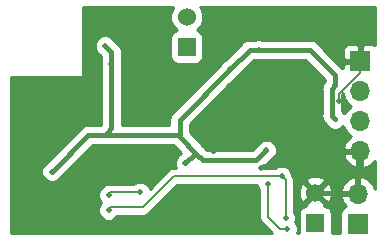
<source format=gbl>
G04 #@! TF.GenerationSoftware,KiCad,Pcbnew,(5.0.0)*
G04 #@! TF.CreationDate,2019-04-26T12:00:10-04:00*
G04 #@! TF.ProjectId,StrainGauge2,53747261696E4761756765322E6B6963,rev?*
G04 #@! TF.SameCoordinates,Original*
G04 #@! TF.FileFunction,Copper,L2,Bot,Signal*
G04 #@! TF.FilePolarity,Positive*
%FSLAX46Y46*%
G04 Gerber Fmt 4.6, Leading zero omitted, Abs format (unit mm)*
G04 Created by KiCad (PCBNEW (5.0.0)) date 04/26/19 12:00:10*
%MOMM*%
%LPD*%
G01*
G04 APERTURE LIST*
G04 #@! TA.AperFunction,ComponentPad*
%ADD10R,1.700000X1.700000*%
G04 #@! TD*
G04 #@! TA.AperFunction,ComponentPad*
%ADD11O,1.700000X1.700000*%
G04 #@! TD*
G04 #@! TA.AperFunction,ComponentPad*
%ADD12R,1.524000X1.524000*%
G04 #@! TD*
G04 #@! TA.AperFunction,ComponentPad*
%ADD13C,1.524000*%
G04 #@! TD*
G04 #@! TA.AperFunction,ViaPad*
%ADD14C,0.508000*%
G04 #@! TD*
G04 #@! TA.AperFunction,Conductor*
%ADD15C,0.457200*%
G04 #@! TD*
G04 #@! TA.AperFunction,Conductor*
%ADD16C,0.152000*%
G04 #@! TD*
G04 #@! TA.AperFunction,Conductor*
%ADD17C,0.229000*%
G04 #@! TD*
G04 #@! TA.AperFunction,Conductor*
%ADD18C,0.254000*%
G04 #@! TD*
G04 APERTURE END LIST*
D10*
G04 #@! TO.P,P5,1*
G04 #@! TO.N,DGND*
X296175000Y-130770000D03*
D11*
G04 #@! TO.P,P5,2*
G04 #@! TO.N,/SG2_INPUT_1*
X296175000Y-133310000D03*
G04 #@! TO.P,P5,3*
G04 #@! TO.N,/SG1_INPUT_1*
X296175000Y-135850000D03*
G04 #@! TO.P,P5,4*
G04 #@! TO.N,DGND*
X296175000Y-138390000D03*
G04 #@! TD*
D10*
G04 #@! TO.P,P3,1*
G04 #@! TO.N,5V_in_charge*
X295990000Y-144510000D03*
D11*
G04 #@! TO.P,P3,2*
G04 #@! TO.N,DGND*
X295990000Y-141970000D03*
G04 #@! TD*
D12*
G04 #@! TO.P,P2,1*
G04 #@! TO.N,/SWDCLK*
X281500000Y-129560000D03*
D13*
G04 #@! TO.P,P2,2*
G04 #@! TO.N,/SWDIO*
X281500000Y-127020000D03*
G04 #@! TD*
D12*
G04 #@! TO.P,P1,1*
G04 #@! TO.N,/BATT_IN*
X292380000Y-144450000D03*
D13*
G04 #@! TO.P,P1,2*
G04 #@! TO.N,DGND*
X292380000Y-141910000D03*
G04 #@! TD*
D14*
G04 #@! TO.N,DVDD*
X281380000Y-139390000D03*
X285179580Y-131429580D03*
X270070000Y-140110000D03*
X288240000Y-138300000D03*
X287570000Y-129800000D03*
X280880000Y-137160000D03*
X274640000Y-137010000D03*
X275120000Y-130980000D03*
X274580000Y-129450000D03*
X294075000Y-132825000D03*
X294075000Y-135675000D03*
G04 #@! TO.N,VCC*
X274870000Y-143370000D03*
X289520000Y-140520000D03*
X289860000Y-144040000D03*
G04 #@! TO.N,DGND*
X287740000Y-139830000D03*
X281100000Y-141780000D03*
X280000000Y-143270000D03*
X271200000Y-144600000D03*
X285030000Y-132840000D03*
X268940000Y-142137500D03*
X279070000Y-128500000D03*
X283750000Y-138380000D03*
X286070000Y-134870000D03*
X268986000Y-135610000D03*
X276820000Y-128420000D03*
X294400000Y-134100000D03*
X291350000Y-131200000D03*
G04 #@! TO.N,/LOAD_SW_CTRL*
X277520000Y-141870000D03*
X274870000Y-142070000D03*
G04 #@! TO.N,/BATT_IN*
X290000000Y-145010000D03*
X288340000Y-141140000D03*
G04 #@! TD*
D15*
G04 #@! TO.N,DVDD*
X282185000Y-138585000D02*
X282305000Y-138585000D01*
X281380000Y-139390000D02*
X282185000Y-138585000D01*
X280880000Y-137160000D02*
X280880000Y-135729160D01*
X280880000Y-135729160D02*
X285179580Y-131429580D01*
X286809160Y-129800000D02*
X287570000Y-129800000D01*
X285179580Y-131429580D02*
X286809160Y-129800000D01*
X273170000Y-137010000D02*
X274640000Y-137010000D01*
X270070000Y-140110000D02*
X273170000Y-137010000D01*
X288240000Y-138300000D02*
X287390000Y-139150000D01*
X282870000Y-139150000D02*
X282305000Y-138585000D01*
X282305000Y-138585000D02*
X280880000Y-137160000D01*
X287390000Y-139150000D02*
X282870000Y-139150000D01*
X280730000Y-137010000D02*
X280880000Y-137160000D01*
X274640000Y-137010000D02*
X279270000Y-137010000D01*
X279270000Y-137010000D02*
X280730000Y-137010000D01*
X275120000Y-130980000D02*
X275120000Y-136450000D01*
X275120000Y-136450000D02*
X274640000Y-137010000D01*
X275120000Y-129990000D02*
X275120000Y-130980000D01*
X274580000Y-129450000D02*
X275120000Y-129990000D01*
X287570000Y-129800000D02*
X291900000Y-129800000D01*
X294075000Y-131975000D02*
X291900000Y-129800000D01*
X294075000Y-132825000D02*
X294075000Y-131975000D01*
X293821001Y-135421001D02*
X294075000Y-135675000D01*
X293764999Y-135364999D02*
X293821001Y-135421001D01*
X293764999Y-133135001D02*
X293764999Y-135364999D01*
X294075000Y-132825000D02*
X293764999Y-133135001D01*
D16*
G04 #@! TO.N,VCC*
X280390000Y-140520000D02*
X289520000Y-140520000D01*
X277780000Y-143130000D02*
X280390000Y-140520000D01*
X275110000Y-143130000D02*
X277780000Y-143130000D01*
X274870000Y-143370000D02*
X275110000Y-143130000D01*
X289520000Y-140520000D02*
X289860000Y-140860000D01*
X289860000Y-140860000D02*
X289860000Y-144040000D01*
D17*
G04 #@! TO.N,DGND*
X290000000Y-139530000D02*
X292380000Y-141910000D01*
X288040000Y-139530000D02*
X290000000Y-139530000D01*
X287740000Y-139830000D02*
X288040000Y-139530000D01*
D15*
X280000000Y-143270000D02*
X280000000Y-142880000D01*
X280000000Y-142880000D02*
X281100000Y-141780000D01*
D17*
X278670000Y-144600000D02*
X271200000Y-144600000D01*
X280000000Y-143270000D02*
X278670000Y-144600000D01*
D16*
X268940000Y-142340000D02*
X268940000Y-142137500D01*
X271200000Y-144600000D02*
X268940000Y-142340000D01*
D15*
X285030000Y-132840000D02*
X285030000Y-133830000D01*
X285030000Y-133830000D02*
X286070000Y-134870000D01*
X268986000Y-135610000D02*
X268986000Y-142091500D01*
D16*
X268986000Y-142091500D02*
X268940000Y-142137500D01*
X279070000Y-128500000D02*
X279040000Y-128500000D01*
D15*
X286070000Y-136060000D02*
X286070000Y-134870000D01*
X283750000Y-138380000D02*
X286070000Y-136060000D01*
D16*
X268986000Y-135610000D02*
X268990000Y-135610000D01*
X276810000Y-128430000D02*
X276800000Y-128430000D01*
X276820000Y-128420000D02*
X276810000Y-128430000D01*
X296175000Y-131772000D02*
X296175000Y-130770000D01*
X294400000Y-134100000D02*
X294400000Y-133547000D01*
X294400000Y-133547000D02*
X296175000Y-131772000D01*
D15*
X295930000Y-141910000D02*
X295990000Y-141970000D01*
X292380000Y-141910000D02*
X295930000Y-141910000D01*
X295990000Y-138575000D02*
X296175000Y-138390000D01*
X295990000Y-141970000D02*
X295990000Y-138575000D01*
D16*
G04 #@! TO.N,/LOAD_SW_CTRL*
X275070000Y-141870000D02*
X277520000Y-141870000D01*
X274870000Y-142070000D02*
X275070000Y-141870000D01*
G04 #@! TO.N,/BATT_IN*
X290000000Y-145010000D02*
X289940000Y-144950000D01*
X289940000Y-144950000D02*
X289370000Y-144960000D01*
X289370000Y-144960000D02*
X288340000Y-143930000D01*
X288340000Y-143930000D02*
X288340000Y-141140000D01*
G04 #@! TD*
D18*
G04 #@! TO.N,DGND*
G36*
X287393167Y-130689000D02*
X287746833Y-130689000D01*
X287808154Y-130663600D01*
X291542287Y-130663600D01*
X293211400Y-132332715D01*
X293211400Y-132466262D01*
X293142379Y-132512381D01*
X292951506Y-132798042D01*
X292901399Y-133049949D01*
X292901399Y-133049952D01*
X292884482Y-133135001D01*
X292901399Y-133220051D01*
X292901400Y-135279945D01*
X292884482Y-135364999D01*
X292951506Y-135701958D01*
X292951507Y-135701959D01*
X293142380Y-135987619D01*
X293214484Y-136035798D01*
X293270486Y-136091800D01*
X293270488Y-136091801D01*
X293295941Y-136117254D01*
X293321342Y-136178578D01*
X293571422Y-136428658D01*
X293898167Y-136564000D01*
X294251833Y-136564000D01*
X294578578Y-136428658D01*
X294743254Y-136263982D01*
X294776161Y-136429418D01*
X295104375Y-136920625D01*
X295423478Y-137133843D01*
X295293642Y-137194817D01*
X294903355Y-137623076D01*
X294733524Y-138033110D01*
X294854845Y-138263000D01*
X296048000Y-138263000D01*
X296048000Y-138243000D01*
X296302000Y-138243000D01*
X296302000Y-138263000D01*
X296322000Y-138263000D01*
X296322000Y-138517000D01*
X296302000Y-138517000D01*
X296302000Y-139710819D01*
X296531892Y-139831486D01*
X297056358Y-139585183D01*
X297415000Y-139191647D01*
X297415000Y-141573331D01*
X297261645Y-141203076D01*
X296871358Y-140774817D01*
X296346892Y-140528514D01*
X296117000Y-140649181D01*
X296117000Y-141843000D01*
X296137000Y-141843000D01*
X296137000Y-142097000D01*
X296117000Y-142097000D01*
X296117000Y-142117000D01*
X295863000Y-142117000D01*
X295863000Y-142097000D01*
X294669845Y-142097000D01*
X294548524Y-142326890D01*
X294718355Y-142736924D01*
X294995708Y-143041261D01*
X294892235Y-143061843D01*
X294682191Y-143202191D01*
X294541843Y-143412235D01*
X294492560Y-143660000D01*
X294492560Y-145295000D01*
X293772930Y-145295000D01*
X293789440Y-145212000D01*
X293789440Y-143688000D01*
X293740157Y-143440235D01*
X293599809Y-143230191D01*
X293389765Y-143089843D01*
X293142000Y-143040560D01*
X293137484Y-143040560D01*
X293180608Y-142890213D01*
X292380000Y-142089605D01*
X291579392Y-142890213D01*
X291622516Y-143040560D01*
X291618000Y-143040560D01*
X291370235Y-143089843D01*
X291160191Y-143230191D01*
X291019843Y-143440235D01*
X290970560Y-143688000D01*
X290970560Y-145212000D01*
X290987070Y-145295000D01*
X290844196Y-145295000D01*
X290889000Y-145186833D01*
X290889000Y-144833167D01*
X290753658Y-144506422D01*
X290665546Y-144418310D01*
X290749000Y-144216833D01*
X290749000Y-143863167D01*
X290613658Y-143536422D01*
X290571000Y-143493764D01*
X290571000Y-141702302D01*
X290970856Y-141702302D01*
X290998638Y-142257368D01*
X291157603Y-142641143D01*
X291399787Y-142710608D01*
X292200395Y-141910000D01*
X292559605Y-141910000D01*
X293360213Y-142710608D01*
X293602397Y-142641143D01*
X293789144Y-142117698D01*
X293763889Y-141613110D01*
X294548524Y-141613110D01*
X294669845Y-141843000D01*
X295863000Y-141843000D01*
X295863000Y-140649181D01*
X295633108Y-140528514D01*
X295108642Y-140774817D01*
X294718355Y-141203076D01*
X294548524Y-141613110D01*
X293763889Y-141613110D01*
X293761362Y-141562632D01*
X293602397Y-141178857D01*
X293360213Y-141109392D01*
X292559605Y-141910000D01*
X292200395Y-141910000D01*
X291399787Y-141109392D01*
X291157603Y-141178857D01*
X290970856Y-141702302D01*
X290571000Y-141702302D01*
X290571000Y-140930022D01*
X290571046Y-140929787D01*
X291579392Y-140929787D01*
X292380000Y-141730395D01*
X293180608Y-140929787D01*
X293111143Y-140687603D01*
X292587698Y-140500856D01*
X292032632Y-140528638D01*
X291648857Y-140687603D01*
X291579392Y-140929787D01*
X290571046Y-140929787D01*
X290584928Y-140860000D01*
X290571000Y-140789978D01*
X290571000Y-140789974D01*
X290529747Y-140582582D01*
X290529747Y-140582581D01*
X290412269Y-140406764D01*
X290412267Y-140406762D01*
X290409000Y-140401873D01*
X290409000Y-140343167D01*
X290273658Y-140016422D01*
X290023578Y-139766342D01*
X289696833Y-139631000D01*
X289343167Y-139631000D01*
X289016422Y-139766342D01*
X288973764Y-139809000D01*
X287958174Y-139809000D01*
X288012620Y-139772620D01*
X288060801Y-139700512D01*
X288682256Y-139079058D01*
X288743578Y-139053658D01*
X288993658Y-138803578D01*
X289017138Y-138746890D01*
X294733524Y-138746890D01*
X294903355Y-139156924D01*
X295293642Y-139585183D01*
X295818108Y-139831486D01*
X296048000Y-139710819D01*
X296048000Y-138517000D01*
X294854845Y-138517000D01*
X294733524Y-138746890D01*
X289017138Y-138746890D01*
X289129000Y-138476833D01*
X289129000Y-138123167D01*
X288993658Y-137796422D01*
X288743578Y-137546342D01*
X288416833Y-137411000D01*
X288063167Y-137411000D01*
X287736422Y-137546342D01*
X287486342Y-137796422D01*
X287460942Y-137857744D01*
X287032286Y-138286400D01*
X283227714Y-138286400D01*
X282975801Y-138034488D01*
X282927620Y-137962380D01*
X282855517Y-137914202D01*
X281743600Y-136802287D01*
X281743600Y-136086873D01*
X285621837Y-132208638D01*
X285683158Y-132183238D01*
X285933238Y-131933158D01*
X285958639Y-131871834D01*
X287166874Y-130663600D01*
X287331846Y-130663600D01*
X287393167Y-130689000D01*
X287393167Y-130689000D01*
G37*
X287393167Y-130689000D02*
X287746833Y-130689000D01*
X287808154Y-130663600D01*
X291542287Y-130663600D01*
X293211400Y-132332715D01*
X293211400Y-132466262D01*
X293142379Y-132512381D01*
X292951506Y-132798042D01*
X292901399Y-133049949D01*
X292901399Y-133049952D01*
X292884482Y-133135001D01*
X292901399Y-133220051D01*
X292901400Y-135279945D01*
X292884482Y-135364999D01*
X292951506Y-135701958D01*
X292951507Y-135701959D01*
X293142380Y-135987619D01*
X293214484Y-136035798D01*
X293270486Y-136091800D01*
X293270488Y-136091801D01*
X293295941Y-136117254D01*
X293321342Y-136178578D01*
X293571422Y-136428658D01*
X293898167Y-136564000D01*
X294251833Y-136564000D01*
X294578578Y-136428658D01*
X294743254Y-136263982D01*
X294776161Y-136429418D01*
X295104375Y-136920625D01*
X295423478Y-137133843D01*
X295293642Y-137194817D01*
X294903355Y-137623076D01*
X294733524Y-138033110D01*
X294854845Y-138263000D01*
X296048000Y-138263000D01*
X296048000Y-138243000D01*
X296302000Y-138243000D01*
X296302000Y-138263000D01*
X296322000Y-138263000D01*
X296322000Y-138517000D01*
X296302000Y-138517000D01*
X296302000Y-139710819D01*
X296531892Y-139831486D01*
X297056358Y-139585183D01*
X297415000Y-139191647D01*
X297415000Y-141573331D01*
X297261645Y-141203076D01*
X296871358Y-140774817D01*
X296346892Y-140528514D01*
X296117000Y-140649181D01*
X296117000Y-141843000D01*
X296137000Y-141843000D01*
X296137000Y-142097000D01*
X296117000Y-142097000D01*
X296117000Y-142117000D01*
X295863000Y-142117000D01*
X295863000Y-142097000D01*
X294669845Y-142097000D01*
X294548524Y-142326890D01*
X294718355Y-142736924D01*
X294995708Y-143041261D01*
X294892235Y-143061843D01*
X294682191Y-143202191D01*
X294541843Y-143412235D01*
X294492560Y-143660000D01*
X294492560Y-145295000D01*
X293772930Y-145295000D01*
X293789440Y-145212000D01*
X293789440Y-143688000D01*
X293740157Y-143440235D01*
X293599809Y-143230191D01*
X293389765Y-143089843D01*
X293142000Y-143040560D01*
X293137484Y-143040560D01*
X293180608Y-142890213D01*
X292380000Y-142089605D01*
X291579392Y-142890213D01*
X291622516Y-143040560D01*
X291618000Y-143040560D01*
X291370235Y-143089843D01*
X291160191Y-143230191D01*
X291019843Y-143440235D01*
X290970560Y-143688000D01*
X290970560Y-145212000D01*
X290987070Y-145295000D01*
X290844196Y-145295000D01*
X290889000Y-145186833D01*
X290889000Y-144833167D01*
X290753658Y-144506422D01*
X290665546Y-144418310D01*
X290749000Y-144216833D01*
X290749000Y-143863167D01*
X290613658Y-143536422D01*
X290571000Y-143493764D01*
X290571000Y-141702302D01*
X290970856Y-141702302D01*
X290998638Y-142257368D01*
X291157603Y-142641143D01*
X291399787Y-142710608D01*
X292200395Y-141910000D01*
X292559605Y-141910000D01*
X293360213Y-142710608D01*
X293602397Y-142641143D01*
X293789144Y-142117698D01*
X293763889Y-141613110D01*
X294548524Y-141613110D01*
X294669845Y-141843000D01*
X295863000Y-141843000D01*
X295863000Y-140649181D01*
X295633108Y-140528514D01*
X295108642Y-140774817D01*
X294718355Y-141203076D01*
X294548524Y-141613110D01*
X293763889Y-141613110D01*
X293761362Y-141562632D01*
X293602397Y-141178857D01*
X293360213Y-141109392D01*
X292559605Y-141910000D01*
X292200395Y-141910000D01*
X291399787Y-141109392D01*
X291157603Y-141178857D01*
X290970856Y-141702302D01*
X290571000Y-141702302D01*
X290571000Y-140930022D01*
X290571046Y-140929787D01*
X291579392Y-140929787D01*
X292380000Y-141730395D01*
X293180608Y-140929787D01*
X293111143Y-140687603D01*
X292587698Y-140500856D01*
X292032632Y-140528638D01*
X291648857Y-140687603D01*
X291579392Y-140929787D01*
X290571046Y-140929787D01*
X290584928Y-140860000D01*
X290571000Y-140789978D01*
X290571000Y-140789974D01*
X290529747Y-140582582D01*
X290529747Y-140582581D01*
X290412269Y-140406764D01*
X290412267Y-140406762D01*
X290409000Y-140401873D01*
X290409000Y-140343167D01*
X290273658Y-140016422D01*
X290023578Y-139766342D01*
X289696833Y-139631000D01*
X289343167Y-139631000D01*
X289016422Y-139766342D01*
X288973764Y-139809000D01*
X287958174Y-139809000D01*
X288012620Y-139772620D01*
X288060801Y-139700512D01*
X288682256Y-139079058D01*
X288743578Y-139053658D01*
X288993658Y-138803578D01*
X289017138Y-138746890D01*
X294733524Y-138746890D01*
X294903355Y-139156924D01*
X295293642Y-139585183D01*
X295818108Y-139831486D01*
X296048000Y-139710819D01*
X296048000Y-138517000D01*
X294854845Y-138517000D01*
X294733524Y-138746890D01*
X289017138Y-138746890D01*
X289129000Y-138476833D01*
X289129000Y-138123167D01*
X288993658Y-137796422D01*
X288743578Y-137546342D01*
X288416833Y-137411000D01*
X288063167Y-137411000D01*
X287736422Y-137546342D01*
X287486342Y-137796422D01*
X287460942Y-137857744D01*
X287032286Y-138286400D01*
X283227714Y-138286400D01*
X282975801Y-138034488D01*
X282927620Y-137962380D01*
X282855517Y-137914202D01*
X281743600Y-136802287D01*
X281743600Y-136086873D01*
X285621837Y-132208638D01*
X285683158Y-132183238D01*
X285933238Y-131933158D01*
X285958639Y-131871834D01*
X287166874Y-130663600D01*
X287331846Y-130663600D01*
X287393167Y-130689000D01*
G36*
X280315680Y-126228663D02*
X280103000Y-126742119D01*
X280103000Y-127297881D01*
X280315680Y-127811337D01*
X280668690Y-128164347D01*
X280490235Y-128199843D01*
X280280191Y-128340191D01*
X280139843Y-128550235D01*
X280090560Y-128798000D01*
X280090560Y-130322000D01*
X280139843Y-130569765D01*
X280280191Y-130779809D01*
X280490235Y-130920157D01*
X280738000Y-130969440D01*
X282262000Y-130969440D01*
X282509765Y-130920157D01*
X282719809Y-130779809D01*
X282860157Y-130569765D01*
X282909440Y-130322000D01*
X282909440Y-128798000D01*
X282860157Y-128550235D01*
X282719809Y-128340191D01*
X282509765Y-128199843D01*
X282331310Y-128164347D01*
X282684320Y-127811337D01*
X282897000Y-127297881D01*
X282897000Y-126742119D01*
X282684320Y-126228663D01*
X282640657Y-126185000D01*
X297415001Y-126185000D01*
X297415001Y-129411976D01*
X297384698Y-129381673D01*
X297151309Y-129285000D01*
X296460750Y-129285000D01*
X296302000Y-129443750D01*
X296302000Y-130643000D01*
X296322000Y-130643000D01*
X296322000Y-130897000D01*
X296302000Y-130897000D01*
X296302000Y-130917000D01*
X296048000Y-130917000D01*
X296048000Y-130897000D01*
X294848750Y-130897000D01*
X294690000Y-131055750D01*
X294690000Y-131347288D01*
X294625517Y-131304202D01*
X293115004Y-129793690D01*
X294690000Y-129793690D01*
X294690000Y-130484250D01*
X294848750Y-130643000D01*
X296048000Y-130643000D01*
X296048000Y-129443750D01*
X295889250Y-129285000D01*
X295198691Y-129285000D01*
X294965302Y-129381673D01*
X294786673Y-129560301D01*
X294690000Y-129793690D01*
X293115004Y-129793690D01*
X292570802Y-129249489D01*
X292522620Y-129177380D01*
X292236960Y-128986507D01*
X291985053Y-128936400D01*
X291985049Y-128936400D01*
X291900000Y-128919483D01*
X291814951Y-128936400D01*
X287808154Y-128936400D01*
X287746833Y-128911000D01*
X287393167Y-128911000D01*
X287331846Y-128936400D01*
X286894208Y-128936400D01*
X286809159Y-128919483D01*
X286724110Y-128936400D01*
X286724107Y-128936400D01*
X286472200Y-128986507D01*
X286186540Y-129177380D01*
X286138360Y-129249486D01*
X284737326Y-130650521D01*
X284676002Y-130675922D01*
X284425922Y-130926002D01*
X284400522Y-130987323D01*
X280329487Y-135058360D01*
X280257381Y-135106540D01*
X280209202Y-135178645D01*
X280066507Y-135392201D01*
X279999483Y-135729160D01*
X280016401Y-135814214D01*
X280016401Y-136146400D01*
X275983600Y-136146400D01*
X275983600Y-131218154D01*
X276009000Y-131156833D01*
X276009000Y-130803167D01*
X275983600Y-130741846D01*
X275983600Y-130075047D01*
X276000517Y-129989999D01*
X275983600Y-129904951D01*
X275983600Y-129904947D01*
X275933493Y-129653040D01*
X275742620Y-129367380D01*
X275670514Y-129319200D01*
X275359059Y-129007746D01*
X275333658Y-128946422D01*
X275083578Y-128696342D01*
X274756833Y-128561000D01*
X274403167Y-128561000D01*
X274076422Y-128696342D01*
X273826342Y-128946422D01*
X273691000Y-129273167D01*
X273691000Y-129626833D01*
X273826342Y-129953578D01*
X274076422Y-130203658D01*
X274137746Y-130229059D01*
X274256400Y-130347714D01*
X274256401Y-130741844D01*
X274231000Y-130803167D01*
X274231000Y-131156833D01*
X274256400Y-131218154D01*
X274256401Y-136130534D01*
X274242802Y-136146400D01*
X273255048Y-136146400D01*
X273169999Y-136129483D01*
X273084950Y-136146400D01*
X273084947Y-136146400D01*
X272833040Y-136196507D01*
X272547380Y-136387380D01*
X272499200Y-136459486D01*
X269627746Y-139330941D01*
X269566422Y-139356342D01*
X269316342Y-139606422D01*
X269181000Y-139933167D01*
X269181000Y-140286833D01*
X269316342Y-140613578D01*
X269566422Y-140863658D01*
X269893167Y-140999000D01*
X270246833Y-140999000D01*
X270573578Y-140863658D01*
X270823658Y-140613578D01*
X270849059Y-140552254D01*
X273527714Y-137873600D01*
X274401846Y-137873600D01*
X274463167Y-137899000D01*
X274816833Y-137899000D01*
X274878154Y-137873600D01*
X280336364Y-137873600D01*
X280376422Y-137913658D01*
X280437746Y-137939059D01*
X281023686Y-138525000D01*
X280937745Y-138610941D01*
X280876422Y-138636342D01*
X280626342Y-138886422D01*
X280491000Y-139213167D01*
X280491000Y-139566833D01*
X280591309Y-139809000D01*
X280460020Y-139809000D01*
X280389999Y-139795072D01*
X280319978Y-139809000D01*
X280319974Y-139809000D01*
X280112582Y-139850253D01*
X279877398Y-140007398D01*
X279837733Y-140066761D01*
X278351103Y-141553391D01*
X278273658Y-141366422D01*
X278023578Y-141116342D01*
X277696833Y-140981000D01*
X277343167Y-140981000D01*
X277016422Y-141116342D01*
X276973764Y-141159000D01*
X275140021Y-141159000D01*
X275070000Y-141145072D01*
X274999979Y-141159000D01*
X274999974Y-141159000D01*
X274889373Y-141181000D01*
X274693167Y-141181000D01*
X274366422Y-141316342D01*
X274116342Y-141566422D01*
X273981000Y-141893167D01*
X273981000Y-142246833D01*
X274116342Y-142573578D01*
X274262764Y-142720000D01*
X274116342Y-142866422D01*
X273981000Y-143193167D01*
X273981000Y-143546833D01*
X274116342Y-143873578D01*
X274366422Y-144123658D01*
X274693167Y-144259000D01*
X275046833Y-144259000D01*
X275373578Y-144123658D01*
X275623658Y-143873578D01*
X275637152Y-143841000D01*
X277709979Y-143841000D01*
X277780000Y-143854928D01*
X277850021Y-143841000D01*
X277850026Y-143841000D01*
X278057418Y-143799747D01*
X278292602Y-143642602D01*
X278332269Y-143583236D01*
X280684506Y-141231000D01*
X287451000Y-141231000D01*
X287451000Y-141316833D01*
X287586342Y-141643578D01*
X287629001Y-141686237D01*
X287629000Y-143859979D01*
X287615072Y-143930000D01*
X287629000Y-144000021D01*
X287629000Y-144000025D01*
X287670253Y-144207417D01*
X287827398Y-144442601D01*
X287886762Y-144482267D01*
X288699494Y-145295000D01*
X266585000Y-145295000D01*
X266585000Y-132127000D01*
X272550000Y-132127000D01*
X272598601Y-132117333D01*
X272639803Y-132089803D01*
X272667333Y-132048601D01*
X272677000Y-132000000D01*
X272677000Y-126185000D01*
X280359343Y-126185000D01*
X280315680Y-126228663D01*
X280315680Y-126228663D01*
G37*
X280315680Y-126228663D02*
X280103000Y-126742119D01*
X280103000Y-127297881D01*
X280315680Y-127811337D01*
X280668690Y-128164347D01*
X280490235Y-128199843D01*
X280280191Y-128340191D01*
X280139843Y-128550235D01*
X280090560Y-128798000D01*
X280090560Y-130322000D01*
X280139843Y-130569765D01*
X280280191Y-130779809D01*
X280490235Y-130920157D01*
X280738000Y-130969440D01*
X282262000Y-130969440D01*
X282509765Y-130920157D01*
X282719809Y-130779809D01*
X282860157Y-130569765D01*
X282909440Y-130322000D01*
X282909440Y-128798000D01*
X282860157Y-128550235D01*
X282719809Y-128340191D01*
X282509765Y-128199843D01*
X282331310Y-128164347D01*
X282684320Y-127811337D01*
X282897000Y-127297881D01*
X282897000Y-126742119D01*
X282684320Y-126228663D01*
X282640657Y-126185000D01*
X297415001Y-126185000D01*
X297415001Y-129411976D01*
X297384698Y-129381673D01*
X297151309Y-129285000D01*
X296460750Y-129285000D01*
X296302000Y-129443750D01*
X296302000Y-130643000D01*
X296322000Y-130643000D01*
X296322000Y-130897000D01*
X296302000Y-130897000D01*
X296302000Y-130917000D01*
X296048000Y-130917000D01*
X296048000Y-130897000D01*
X294848750Y-130897000D01*
X294690000Y-131055750D01*
X294690000Y-131347288D01*
X294625517Y-131304202D01*
X293115004Y-129793690D01*
X294690000Y-129793690D01*
X294690000Y-130484250D01*
X294848750Y-130643000D01*
X296048000Y-130643000D01*
X296048000Y-129443750D01*
X295889250Y-129285000D01*
X295198691Y-129285000D01*
X294965302Y-129381673D01*
X294786673Y-129560301D01*
X294690000Y-129793690D01*
X293115004Y-129793690D01*
X292570802Y-129249489D01*
X292522620Y-129177380D01*
X292236960Y-128986507D01*
X291985053Y-128936400D01*
X291985049Y-128936400D01*
X291900000Y-128919483D01*
X291814951Y-128936400D01*
X287808154Y-128936400D01*
X287746833Y-128911000D01*
X287393167Y-128911000D01*
X287331846Y-128936400D01*
X286894208Y-128936400D01*
X286809159Y-128919483D01*
X286724110Y-128936400D01*
X286724107Y-128936400D01*
X286472200Y-128986507D01*
X286186540Y-129177380D01*
X286138360Y-129249486D01*
X284737326Y-130650521D01*
X284676002Y-130675922D01*
X284425922Y-130926002D01*
X284400522Y-130987323D01*
X280329487Y-135058360D01*
X280257381Y-135106540D01*
X280209202Y-135178645D01*
X280066507Y-135392201D01*
X279999483Y-135729160D01*
X280016401Y-135814214D01*
X280016401Y-136146400D01*
X275983600Y-136146400D01*
X275983600Y-131218154D01*
X276009000Y-131156833D01*
X276009000Y-130803167D01*
X275983600Y-130741846D01*
X275983600Y-130075047D01*
X276000517Y-129989999D01*
X275983600Y-129904951D01*
X275983600Y-129904947D01*
X275933493Y-129653040D01*
X275742620Y-129367380D01*
X275670514Y-129319200D01*
X275359059Y-129007746D01*
X275333658Y-128946422D01*
X275083578Y-128696342D01*
X274756833Y-128561000D01*
X274403167Y-128561000D01*
X274076422Y-128696342D01*
X273826342Y-128946422D01*
X273691000Y-129273167D01*
X273691000Y-129626833D01*
X273826342Y-129953578D01*
X274076422Y-130203658D01*
X274137746Y-130229059D01*
X274256400Y-130347714D01*
X274256401Y-130741844D01*
X274231000Y-130803167D01*
X274231000Y-131156833D01*
X274256400Y-131218154D01*
X274256401Y-136130534D01*
X274242802Y-136146400D01*
X273255048Y-136146400D01*
X273169999Y-136129483D01*
X273084950Y-136146400D01*
X273084947Y-136146400D01*
X272833040Y-136196507D01*
X272547380Y-136387380D01*
X272499200Y-136459486D01*
X269627746Y-139330941D01*
X269566422Y-139356342D01*
X269316342Y-139606422D01*
X269181000Y-139933167D01*
X269181000Y-140286833D01*
X269316342Y-140613578D01*
X269566422Y-140863658D01*
X269893167Y-140999000D01*
X270246833Y-140999000D01*
X270573578Y-140863658D01*
X270823658Y-140613578D01*
X270849059Y-140552254D01*
X273527714Y-137873600D01*
X274401846Y-137873600D01*
X274463167Y-137899000D01*
X274816833Y-137899000D01*
X274878154Y-137873600D01*
X280336364Y-137873600D01*
X280376422Y-137913658D01*
X280437746Y-137939059D01*
X281023686Y-138525000D01*
X280937745Y-138610941D01*
X280876422Y-138636342D01*
X280626342Y-138886422D01*
X280491000Y-139213167D01*
X280491000Y-139566833D01*
X280591309Y-139809000D01*
X280460020Y-139809000D01*
X280389999Y-139795072D01*
X280319978Y-139809000D01*
X280319974Y-139809000D01*
X280112582Y-139850253D01*
X279877398Y-140007398D01*
X279837733Y-140066761D01*
X278351103Y-141553391D01*
X278273658Y-141366422D01*
X278023578Y-141116342D01*
X277696833Y-140981000D01*
X277343167Y-140981000D01*
X277016422Y-141116342D01*
X276973764Y-141159000D01*
X275140021Y-141159000D01*
X275070000Y-141145072D01*
X274999979Y-141159000D01*
X274999974Y-141159000D01*
X274889373Y-141181000D01*
X274693167Y-141181000D01*
X274366422Y-141316342D01*
X274116342Y-141566422D01*
X273981000Y-141893167D01*
X273981000Y-142246833D01*
X274116342Y-142573578D01*
X274262764Y-142720000D01*
X274116342Y-142866422D01*
X273981000Y-143193167D01*
X273981000Y-143546833D01*
X274116342Y-143873578D01*
X274366422Y-144123658D01*
X274693167Y-144259000D01*
X275046833Y-144259000D01*
X275373578Y-144123658D01*
X275623658Y-143873578D01*
X275637152Y-143841000D01*
X277709979Y-143841000D01*
X277780000Y-143854928D01*
X277850021Y-143841000D01*
X277850026Y-143841000D01*
X278057418Y-143799747D01*
X278292602Y-143642602D01*
X278332269Y-143583236D01*
X280684506Y-141231000D01*
X287451000Y-141231000D01*
X287451000Y-141316833D01*
X287586342Y-141643578D01*
X287629001Y-141686237D01*
X287629000Y-143859979D01*
X287615072Y-143930000D01*
X287629000Y-144000021D01*
X287629000Y-144000025D01*
X287670253Y-144207417D01*
X287827398Y-144442601D01*
X287886762Y-144482267D01*
X288699494Y-145295000D01*
X266585000Y-145295000D01*
X266585000Y-132127000D01*
X272550000Y-132127000D01*
X272598601Y-132117333D01*
X272639803Y-132089803D01*
X272667333Y-132048601D01*
X272677000Y-132000000D01*
X272677000Y-126185000D01*
X280359343Y-126185000D01*
X280315680Y-126228663D01*
G36*
X294776161Y-133889418D02*
X295104375Y-134380625D01*
X295402761Y-134580000D01*
X295104375Y-134779375D01*
X294833924Y-135184134D01*
X294828658Y-135171422D01*
X294628599Y-134971363D01*
X294628599Y-133528637D01*
X294691822Y-133465414D01*
X294776161Y-133889418D01*
X294776161Y-133889418D01*
G37*
X294776161Y-133889418D02*
X295104375Y-134380625D01*
X295402761Y-134580000D01*
X295104375Y-134779375D01*
X294833924Y-135184134D01*
X294828658Y-135171422D01*
X294628599Y-134971363D01*
X294628599Y-133528637D01*
X294691822Y-133465414D01*
X294776161Y-133889418D01*
G04 #@! TD*
M02*

</source>
